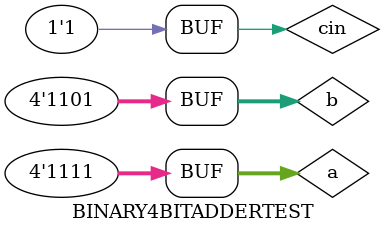
<source format=v>

module BINARY4BITADDERTEST;

	// Inputs
	reg [3:0] a;
	reg [3:0] b;
	reg cin;

	// Outputs
	wire co;
	wire [3:0] s;

	// Instantiate the Unit Under Test (UUT)
	BINARY4BITADDER uut (
		.a(a), 
		.b(b), 
		.cin(cin), 
		.co(co), 
		.s(s)
	);

	initial begin
		// Initialize Inputs
		a = 0;
		b = 0;
		cin = 0;

		// Wait 100 ns for global reset to finish
		#100 a=4'b0001;b=4'b0011;cin=1'b0;
      #100 a=4'b0101;b=4'b1011;cin=1'b0;
      #100 a=4'b1101;b=4'b0011;cin=1'b1;
      #100 a=4'b0011;b=4'b0011;cin=1'b0;
      #100 a=4'b1001;b=4'b0011;cin=1'b1;
      #100 a=4'b0001;b=4'b1011;cin=1'b0;
      #100 a=4'b1111;b=4'b1101;cin=1'b1;
        
		// Add stimulus here

	end
      
endmodule


</source>
